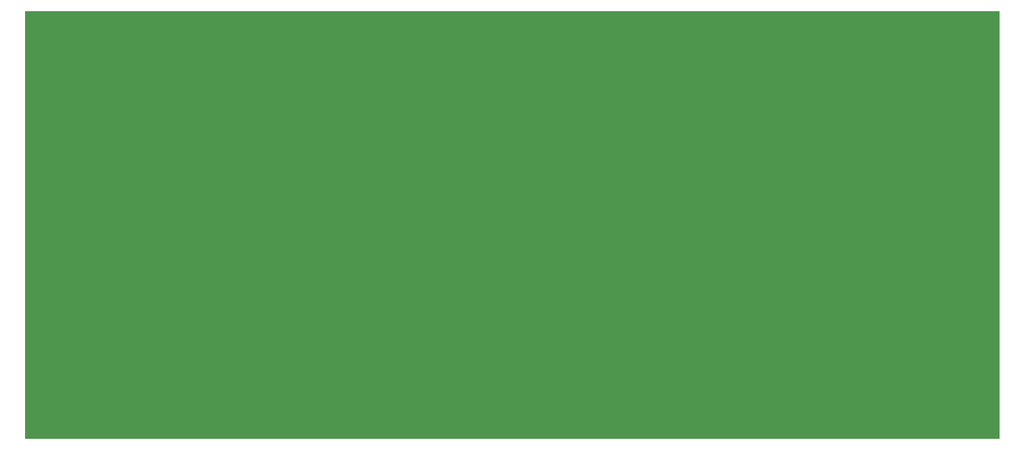
<source format=gbr>
G04 #@! TF.GenerationSoftware,KiCad,Pcbnew,(5.1.5-0)*
G04 #@! TF.CreationDate,2020-11-29T16:32:21-07:00*
G04 #@! TF.ProjectId,front_panel,66726f6e-745f-4706-916e-656c2e6b6963,rev?*
G04 #@! TF.SameCoordinates,Original*
G04 #@! TF.FileFunction,Soldermask,Top*
G04 #@! TF.FilePolarity,Negative*
%FSLAX46Y46*%
G04 Gerber Fmt 4.6, Leading zero omitted, Abs format (unit mm)*
G04 Created by KiCad (PCBNEW (5.1.5-0)) date 2020-11-29 16:32:21*
%MOMM*%
%LPD*%
G04 APERTURE LIST*
%ADD10C,0.100000*%
G04 APERTURE END LIST*
D10*
G36*
X210000000Y-140000000D02*
G01*
X85000000Y-140000000D01*
X85000000Y-85000000D01*
X210000000Y-85000000D01*
X210000000Y-140000000D01*
G37*
M02*

</source>
